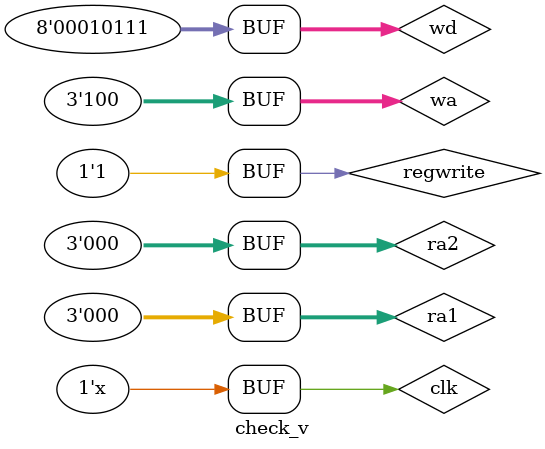
<source format=v>
`timescale 1ns / 1ps


module check_v;

	// Inputs
	reg clk;
	reg regwrite;
	reg [2:0] ra1;
	reg [2:0] ra2;
	reg [2:0] wa;
	reg [7:0] wd;

	// Outputs
	wire [7:0] rd1;
	wire [7:0] rd2;

	// Instantiate the Unit Under Test (UUT)
	regd uut (
		.clk(clk), 
		.regwrite(regwrite), 
		.ra1(ra1), 
		.ra2(ra2), 
		.wa(wa), 
		.wd(wd), 
		.rd1(rd1), 
		.rd2(rd2)
	);
always begin
#10
clk=~clk;
end
	initial begin
		// Initialize Inputs
		clk = 0;
		regwrite = 0;
		ra1 = 0;
		ra2 = 0;
		wa = 3;
		wd = 7;

		// Wait 100 ns for global reset to finish
		#20;
		regwrite = 1;
		ra1 = 1;
		ra2 = 1;
		wa = 4;
		wd = 2;
        #20;
		  regwrite = 1;
		ra1 = 0;
		ra2 = 0;
		wa = 4;
		wd = 23;
        #20;
		// Add stimulus here

	end
      
endmodule


</source>
